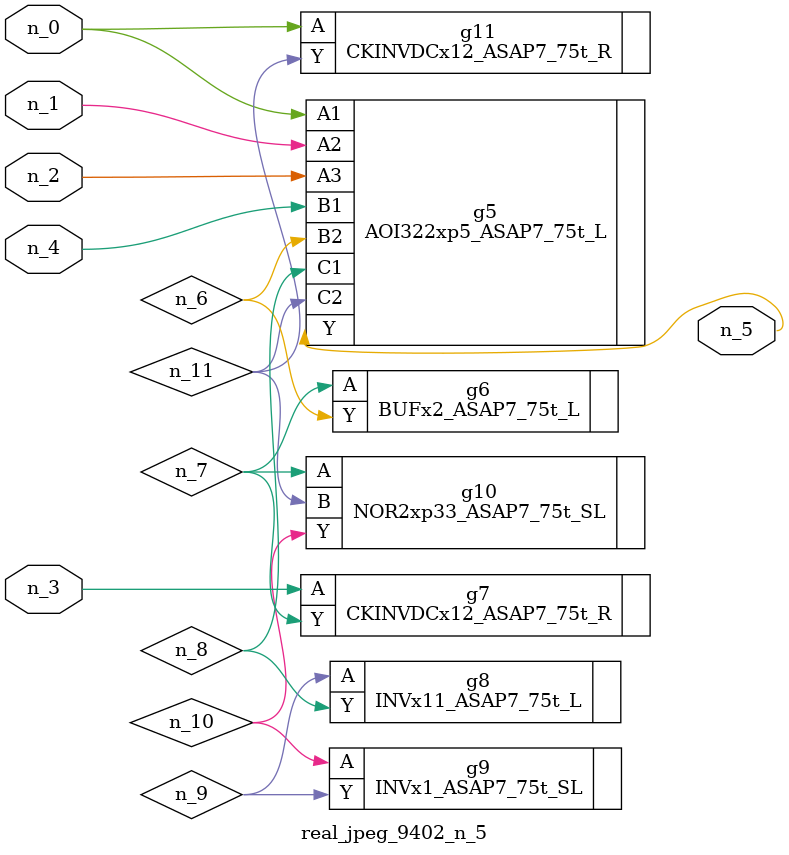
<source format=v>
module real_jpeg_9402_n_5 (n_4, n_0, n_1, n_2, n_3, n_5);

input n_4;
input n_0;
input n_1;
input n_2;
input n_3;

output n_5;

wire n_8;
wire n_11;
wire n_6;
wire n_7;
wire n_10;
wire n_9;

AOI322xp5_ASAP7_75t_L g5 ( 
.A1(n_0),
.A2(n_1),
.A3(n_2),
.B1(n_4),
.B2(n_6),
.C1(n_8),
.C2(n_11),
.Y(n_5)
);

CKINVDCx12_ASAP7_75t_R g11 ( 
.A(n_0),
.Y(n_11)
);

CKINVDCx12_ASAP7_75t_R g7 ( 
.A(n_3),
.Y(n_7)
);

BUFx2_ASAP7_75t_L g6 ( 
.A(n_7),
.Y(n_6)
);

NOR2xp33_ASAP7_75t_SL g10 ( 
.A(n_7),
.B(n_11),
.Y(n_10)
);

INVx11_ASAP7_75t_L g8 ( 
.A(n_9),
.Y(n_8)
);

INVx1_ASAP7_75t_SL g9 ( 
.A(n_10),
.Y(n_9)
);


endmodule
</source>
